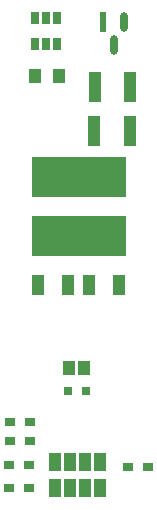
<source format=gbp>
G04*
G04 #@! TF.GenerationSoftware,Altium Limited,Altium Designer,23.1.1 (15)*
G04*
G04 Layer_Color=128*
%FSLAX25Y25*%
%MOIN*%
G70*
G04*
G04 #@! TF.SameCoordinates,0BDBEAC4-C0BD-4DD4-8220-68B77C2E4246*
G04*
G04*
G04 #@! TF.FilePolarity,Positive*
G04*
G01*
G75*
%ADD24R,0.03937X0.09843*%
%ADD26R,0.04352X0.06528*%
%ADD27R,0.03150X0.03150*%
%ADD29R,0.03543X0.03150*%
%ADD30R,0.03937X0.04921*%
G04:AMPARAMS|DCode=31|XSize=65.3mil|YSize=24.68mil|CornerRadius=12.34mil|HoleSize=0mil|Usage=FLASHONLY|Rotation=270.000|XOffset=0mil|YOffset=0mil|HoleType=Round|Shape=RoundedRectangle|*
%AMROUNDEDRECTD31*
21,1,0.06530,0.00000,0,0,270.0*
21,1,0.04063,0.02468,0,0,270.0*
1,1,0.02468,0.00000,-0.02031*
1,1,0.02468,0.00000,0.02031*
1,1,0.02468,0.00000,0.02031*
1,1,0.02468,0.00000,-0.02031*
%
%ADD31ROUNDEDRECTD31*%
%ADD32R,0.02468X0.06530*%
%ADD33R,0.02756X0.03937*%
%ADD36R,0.31528X0.13811*%
%ADD37R,0.04362X0.06331*%
%ADD38R,0.04362X0.05150*%
D24*
X193634Y153800D02*
D03*
X181823D02*
D03*
X181626Y139214D02*
D03*
X193437D02*
D03*
D26*
X173004Y87984D02*
D03*
X162954D02*
D03*
X179932D02*
D03*
X189982D02*
D03*
D27*
X172876Y52771D02*
D03*
X178781D02*
D03*
D29*
X160248Y42400D02*
D03*
X153555D02*
D03*
X160150Y35899D02*
D03*
X153457D02*
D03*
X160051Y27852D02*
D03*
X153358D02*
D03*
X153255Y20175D02*
D03*
X159948D02*
D03*
X199648Y27344D02*
D03*
X192955D02*
D03*
D30*
X161894Y157781D02*
D03*
X169769D02*
D03*
D31*
X188100Y167871D02*
D03*
X191702Y175561D02*
D03*
D32*
X184498D02*
D03*
D33*
X169340Y176929D02*
D03*
X165600D02*
D03*
X161860D02*
D03*
Y168271D02*
D03*
X165600D02*
D03*
X169340D02*
D03*
D36*
X176500Y104157D02*
D03*
Y123843D02*
D03*
D37*
X183431Y20175D02*
D03*
X178509D02*
D03*
X173588D02*
D03*
X168667D02*
D03*
Y28836D02*
D03*
X173588D02*
D03*
X178509D02*
D03*
X183431D02*
D03*
D38*
X173269Y60305D02*
D03*
X178387D02*
D03*
M02*

</source>
